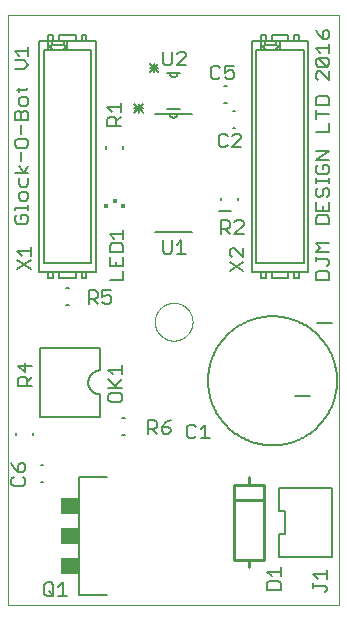
<source format=gto>
G75*
%MOIN*%
%OFA0B0*%
%FSLAX25Y25*%
%IPPOS*%
%LPD*%
%AMOC8*
5,1,8,0,0,1.08239X$1,22.5*
%
%ADD10C,0.00000*%
%ADD11C,0.00800*%
%ADD12C,0.00500*%
%ADD13R,0.01280X0.01673*%
%ADD14R,0.01378X0.01378*%
%ADD15R,0.05905X0.05748*%
%ADD16C,0.01000*%
%ADD17R,0.05906X0.05748*%
%ADD18C,0.00600*%
%ADD19C,0.00300*%
%ADD20C,0.00400*%
%ADD21R,0.01280X0.01673*%
%ADD22R,0.01378X0.01378*%
D10*
X0030852Y0001008D02*
X0030852Y0197858D01*
X0141088Y0197858D01*
X0141088Y0001008D01*
X0030852Y0001008D01*
X0079671Y0095496D02*
X0079673Y0095654D01*
X0079679Y0095812D01*
X0079689Y0095970D01*
X0079703Y0096128D01*
X0079721Y0096285D01*
X0079742Y0096442D01*
X0079768Y0096598D01*
X0079798Y0096754D01*
X0079831Y0096909D01*
X0079869Y0097062D01*
X0079910Y0097215D01*
X0079955Y0097367D01*
X0080004Y0097518D01*
X0080057Y0097667D01*
X0080113Y0097815D01*
X0080173Y0097961D01*
X0080237Y0098106D01*
X0080305Y0098249D01*
X0080376Y0098391D01*
X0080450Y0098531D01*
X0080528Y0098668D01*
X0080610Y0098804D01*
X0080694Y0098938D01*
X0080783Y0099069D01*
X0080874Y0099198D01*
X0080969Y0099325D01*
X0081066Y0099450D01*
X0081167Y0099572D01*
X0081271Y0099691D01*
X0081378Y0099808D01*
X0081488Y0099922D01*
X0081601Y0100033D01*
X0081716Y0100142D01*
X0081834Y0100247D01*
X0081955Y0100349D01*
X0082078Y0100449D01*
X0082204Y0100545D01*
X0082332Y0100638D01*
X0082462Y0100728D01*
X0082595Y0100814D01*
X0082730Y0100898D01*
X0082866Y0100977D01*
X0083005Y0101054D01*
X0083146Y0101126D01*
X0083288Y0101196D01*
X0083432Y0101261D01*
X0083578Y0101323D01*
X0083725Y0101381D01*
X0083874Y0101436D01*
X0084024Y0101487D01*
X0084175Y0101534D01*
X0084327Y0101577D01*
X0084480Y0101616D01*
X0084635Y0101652D01*
X0084790Y0101683D01*
X0084946Y0101711D01*
X0085102Y0101735D01*
X0085259Y0101755D01*
X0085417Y0101771D01*
X0085574Y0101783D01*
X0085733Y0101791D01*
X0085891Y0101795D01*
X0086049Y0101795D01*
X0086207Y0101791D01*
X0086366Y0101783D01*
X0086523Y0101771D01*
X0086681Y0101755D01*
X0086838Y0101735D01*
X0086994Y0101711D01*
X0087150Y0101683D01*
X0087305Y0101652D01*
X0087460Y0101616D01*
X0087613Y0101577D01*
X0087765Y0101534D01*
X0087916Y0101487D01*
X0088066Y0101436D01*
X0088215Y0101381D01*
X0088362Y0101323D01*
X0088508Y0101261D01*
X0088652Y0101196D01*
X0088794Y0101126D01*
X0088935Y0101054D01*
X0089074Y0100977D01*
X0089210Y0100898D01*
X0089345Y0100814D01*
X0089478Y0100728D01*
X0089608Y0100638D01*
X0089736Y0100545D01*
X0089862Y0100449D01*
X0089985Y0100349D01*
X0090106Y0100247D01*
X0090224Y0100142D01*
X0090339Y0100033D01*
X0090452Y0099922D01*
X0090562Y0099808D01*
X0090669Y0099691D01*
X0090773Y0099572D01*
X0090874Y0099450D01*
X0090971Y0099325D01*
X0091066Y0099198D01*
X0091157Y0099069D01*
X0091246Y0098938D01*
X0091330Y0098804D01*
X0091412Y0098668D01*
X0091490Y0098531D01*
X0091564Y0098391D01*
X0091635Y0098249D01*
X0091703Y0098106D01*
X0091767Y0097961D01*
X0091827Y0097815D01*
X0091883Y0097667D01*
X0091936Y0097518D01*
X0091985Y0097367D01*
X0092030Y0097215D01*
X0092071Y0097062D01*
X0092109Y0096909D01*
X0092142Y0096754D01*
X0092172Y0096598D01*
X0092198Y0096442D01*
X0092219Y0096285D01*
X0092237Y0096128D01*
X0092251Y0095970D01*
X0092261Y0095812D01*
X0092267Y0095654D01*
X0092269Y0095496D01*
X0092267Y0095338D01*
X0092261Y0095180D01*
X0092251Y0095022D01*
X0092237Y0094864D01*
X0092219Y0094707D01*
X0092198Y0094550D01*
X0092172Y0094394D01*
X0092142Y0094238D01*
X0092109Y0094083D01*
X0092071Y0093930D01*
X0092030Y0093777D01*
X0091985Y0093625D01*
X0091936Y0093474D01*
X0091883Y0093325D01*
X0091827Y0093177D01*
X0091767Y0093031D01*
X0091703Y0092886D01*
X0091635Y0092743D01*
X0091564Y0092601D01*
X0091490Y0092461D01*
X0091412Y0092324D01*
X0091330Y0092188D01*
X0091246Y0092054D01*
X0091157Y0091923D01*
X0091066Y0091794D01*
X0090971Y0091667D01*
X0090874Y0091542D01*
X0090773Y0091420D01*
X0090669Y0091301D01*
X0090562Y0091184D01*
X0090452Y0091070D01*
X0090339Y0090959D01*
X0090224Y0090850D01*
X0090106Y0090745D01*
X0089985Y0090643D01*
X0089862Y0090543D01*
X0089736Y0090447D01*
X0089608Y0090354D01*
X0089478Y0090264D01*
X0089345Y0090178D01*
X0089210Y0090094D01*
X0089074Y0090015D01*
X0088935Y0089938D01*
X0088794Y0089866D01*
X0088652Y0089796D01*
X0088508Y0089731D01*
X0088362Y0089669D01*
X0088215Y0089611D01*
X0088066Y0089556D01*
X0087916Y0089505D01*
X0087765Y0089458D01*
X0087613Y0089415D01*
X0087460Y0089376D01*
X0087305Y0089340D01*
X0087150Y0089309D01*
X0086994Y0089281D01*
X0086838Y0089257D01*
X0086681Y0089237D01*
X0086523Y0089221D01*
X0086366Y0089209D01*
X0086207Y0089201D01*
X0086049Y0089197D01*
X0085891Y0089197D01*
X0085733Y0089201D01*
X0085574Y0089209D01*
X0085417Y0089221D01*
X0085259Y0089237D01*
X0085102Y0089257D01*
X0084946Y0089281D01*
X0084790Y0089309D01*
X0084635Y0089340D01*
X0084480Y0089376D01*
X0084327Y0089415D01*
X0084175Y0089458D01*
X0084024Y0089505D01*
X0083874Y0089556D01*
X0083725Y0089611D01*
X0083578Y0089669D01*
X0083432Y0089731D01*
X0083288Y0089796D01*
X0083146Y0089866D01*
X0083005Y0089938D01*
X0082866Y0090015D01*
X0082730Y0090094D01*
X0082595Y0090178D01*
X0082462Y0090264D01*
X0082332Y0090354D01*
X0082204Y0090447D01*
X0082078Y0090543D01*
X0081955Y0090643D01*
X0081834Y0090745D01*
X0081716Y0090850D01*
X0081601Y0090959D01*
X0081488Y0091070D01*
X0081378Y0091184D01*
X0081271Y0091301D01*
X0081167Y0091420D01*
X0081066Y0091542D01*
X0080969Y0091667D01*
X0080874Y0091794D01*
X0080783Y0091923D01*
X0080694Y0092054D01*
X0080610Y0092188D01*
X0080528Y0092324D01*
X0080450Y0092461D01*
X0080376Y0092601D01*
X0080305Y0092743D01*
X0080237Y0092886D01*
X0080173Y0093031D01*
X0080113Y0093177D01*
X0080057Y0093325D01*
X0080004Y0093474D01*
X0079955Y0093625D01*
X0079910Y0093777D01*
X0079869Y0093930D01*
X0079831Y0094083D01*
X0079798Y0094238D01*
X0079768Y0094394D01*
X0079742Y0094550D01*
X0079721Y0094707D01*
X0079703Y0094864D01*
X0079689Y0095022D01*
X0079679Y0095180D01*
X0079673Y0095338D01*
X0079671Y0095496D01*
D11*
X0061521Y0086819D02*
X0061521Y0079319D01*
X0061395Y0079317D01*
X0061270Y0079311D01*
X0061145Y0079301D01*
X0061020Y0079287D01*
X0060895Y0079270D01*
X0060771Y0079248D01*
X0060648Y0079223D01*
X0060526Y0079193D01*
X0060405Y0079160D01*
X0060285Y0079123D01*
X0060166Y0079083D01*
X0060049Y0079038D01*
X0059932Y0078990D01*
X0059818Y0078938D01*
X0059705Y0078883D01*
X0059594Y0078824D01*
X0059485Y0078762D01*
X0059378Y0078696D01*
X0059273Y0078627D01*
X0059170Y0078555D01*
X0059069Y0078480D01*
X0058971Y0078401D01*
X0058876Y0078319D01*
X0058783Y0078235D01*
X0058693Y0078147D01*
X0058605Y0078057D01*
X0058521Y0077964D01*
X0058439Y0077869D01*
X0058360Y0077771D01*
X0058285Y0077670D01*
X0058213Y0077567D01*
X0058144Y0077462D01*
X0058078Y0077355D01*
X0058016Y0077246D01*
X0057957Y0077135D01*
X0057902Y0077022D01*
X0057850Y0076908D01*
X0057802Y0076791D01*
X0057757Y0076674D01*
X0057717Y0076555D01*
X0057680Y0076435D01*
X0057647Y0076314D01*
X0057617Y0076192D01*
X0057592Y0076069D01*
X0057570Y0075945D01*
X0057553Y0075820D01*
X0057539Y0075695D01*
X0057529Y0075570D01*
X0057523Y0075445D01*
X0057521Y0075319D01*
X0057523Y0075193D01*
X0057529Y0075068D01*
X0057539Y0074943D01*
X0057553Y0074818D01*
X0057570Y0074693D01*
X0057592Y0074569D01*
X0057617Y0074446D01*
X0057647Y0074324D01*
X0057680Y0074203D01*
X0057717Y0074083D01*
X0057757Y0073964D01*
X0057802Y0073847D01*
X0057850Y0073730D01*
X0057902Y0073616D01*
X0057957Y0073503D01*
X0058016Y0073392D01*
X0058078Y0073283D01*
X0058144Y0073176D01*
X0058213Y0073071D01*
X0058285Y0072968D01*
X0058360Y0072867D01*
X0058439Y0072769D01*
X0058521Y0072674D01*
X0058605Y0072581D01*
X0058693Y0072491D01*
X0058783Y0072403D01*
X0058876Y0072319D01*
X0058971Y0072237D01*
X0059069Y0072158D01*
X0059170Y0072083D01*
X0059273Y0072011D01*
X0059378Y0071942D01*
X0059485Y0071876D01*
X0059594Y0071814D01*
X0059705Y0071755D01*
X0059818Y0071700D01*
X0059932Y0071648D01*
X0060049Y0071600D01*
X0060166Y0071555D01*
X0060285Y0071515D01*
X0060405Y0071478D01*
X0060526Y0071445D01*
X0060648Y0071415D01*
X0060771Y0071390D01*
X0060895Y0071368D01*
X0061020Y0071351D01*
X0061145Y0071337D01*
X0061270Y0071327D01*
X0061395Y0071321D01*
X0061521Y0071319D01*
X0061521Y0063819D01*
X0041521Y0063819D01*
X0041521Y0086819D01*
X0061521Y0086819D01*
X0050937Y0101062D02*
X0050137Y0101062D01*
X0050137Y0106662D02*
X0050937Y0106662D01*
X0053293Y0110024D02*
X0047781Y0110024D01*
X0053293Y0110024D01*
X0053293Y0111598D01*
X0053293Y0110024D01*
X0055261Y0110024D02*
X0055261Y0111598D01*
X0055261Y0110024D01*
X0056836Y0110024D01*
X0056836Y0111598D01*
X0056836Y0110024D01*
X0055261Y0110024D01*
X0059986Y0111992D02*
X0059986Y0189236D01*
X0059986Y0111992D01*
X0041088Y0111992D01*
X0041088Y0189236D01*
X0041088Y0111992D01*
X0059986Y0111992D01*
X0058411Y0115142D02*
X0058411Y0186087D01*
X0042663Y0186087D01*
X0042663Y0115142D01*
X0042663Y0186087D01*
X0058411Y0186087D01*
X0058411Y0115142D01*
X0042663Y0115142D01*
X0058411Y0115142D01*
X0047781Y0111598D02*
X0047781Y0110024D01*
X0047781Y0111598D01*
X0045813Y0111598D02*
X0045813Y0110024D01*
X0044238Y0110024D01*
X0044238Y0111598D01*
X0044238Y0110024D01*
X0045813Y0110024D01*
X0045813Y0111598D01*
X0079770Y0125363D02*
X0092170Y0125363D01*
X0101871Y0135942D02*
X0101871Y0136742D01*
X0107471Y0136742D02*
X0107471Y0135942D01*
X0113529Y0115142D02*
X0113529Y0186087D01*
X0129277Y0186087D01*
X0129277Y0115142D01*
X0129277Y0186087D01*
X0113529Y0186087D01*
X0113529Y0115142D01*
X0129277Y0115142D01*
X0113529Y0115142D01*
X0111954Y0111992D02*
X0111954Y0189236D01*
X0111954Y0111992D01*
X0130852Y0111992D01*
X0130852Y0189236D01*
X0130852Y0111992D01*
X0111954Y0111992D01*
X0115104Y0111598D02*
X0115104Y0110024D01*
X0116679Y0110024D01*
X0116679Y0111598D01*
X0116679Y0110024D01*
X0115104Y0110024D01*
X0115104Y0111598D01*
X0118647Y0111598D02*
X0118647Y0110024D01*
X0124159Y0110024D01*
X0124159Y0111598D01*
X0124159Y0110024D01*
X0118647Y0110024D01*
X0118647Y0111598D01*
X0126127Y0111598D02*
X0126127Y0110024D01*
X0127702Y0110024D01*
X0127702Y0111598D01*
X0127702Y0110024D01*
X0126128Y0110024D01*
X0126128Y0111598D01*
X0133824Y0094925D02*
X0138824Y0094925D01*
X0097442Y0075811D02*
X0097448Y0076339D01*
X0097468Y0076866D01*
X0097500Y0077393D01*
X0097546Y0077918D01*
X0097604Y0078443D01*
X0097675Y0078966D01*
X0097759Y0079487D01*
X0097855Y0080005D01*
X0097964Y0080522D01*
X0098086Y0081035D01*
X0098221Y0081545D01*
X0098368Y0082052D01*
X0098527Y0082555D01*
X0098699Y0083054D01*
X0098883Y0083549D01*
X0099079Y0084039D01*
X0099286Y0084524D01*
X0099506Y0085003D01*
X0099738Y0085478D01*
X0099981Y0085946D01*
X0100235Y0086408D01*
X0100501Y0086864D01*
X0100778Y0087313D01*
X0101065Y0087756D01*
X0101364Y0088191D01*
X0101673Y0088619D01*
X0101993Y0089038D01*
X0102322Y0089450D01*
X0102662Y0089854D01*
X0103012Y0090250D01*
X0103371Y0090636D01*
X0103739Y0091014D01*
X0104117Y0091382D01*
X0104503Y0091741D01*
X0104899Y0092091D01*
X0105303Y0092431D01*
X0105715Y0092760D01*
X0106134Y0093080D01*
X0106562Y0093389D01*
X0106997Y0093688D01*
X0107440Y0093975D01*
X0107889Y0094252D01*
X0108345Y0094518D01*
X0108807Y0094772D01*
X0109275Y0095015D01*
X0109750Y0095247D01*
X0110229Y0095467D01*
X0110714Y0095674D01*
X0111204Y0095870D01*
X0111699Y0096054D01*
X0112198Y0096226D01*
X0112701Y0096385D01*
X0113208Y0096532D01*
X0113718Y0096667D01*
X0114231Y0096789D01*
X0114748Y0096898D01*
X0115266Y0096994D01*
X0115787Y0097078D01*
X0116310Y0097149D01*
X0116835Y0097207D01*
X0117360Y0097253D01*
X0117887Y0097285D01*
X0118414Y0097305D01*
X0118942Y0097311D01*
X0119470Y0097305D01*
X0119997Y0097285D01*
X0120524Y0097253D01*
X0121049Y0097207D01*
X0121574Y0097149D01*
X0122097Y0097078D01*
X0122618Y0096994D01*
X0123136Y0096898D01*
X0123653Y0096789D01*
X0124166Y0096667D01*
X0124676Y0096532D01*
X0125183Y0096385D01*
X0125686Y0096226D01*
X0126185Y0096054D01*
X0126680Y0095870D01*
X0127170Y0095674D01*
X0127655Y0095467D01*
X0128134Y0095247D01*
X0128609Y0095015D01*
X0129077Y0094772D01*
X0129539Y0094518D01*
X0129995Y0094252D01*
X0130444Y0093975D01*
X0130887Y0093688D01*
X0131322Y0093389D01*
X0131750Y0093080D01*
X0132169Y0092760D01*
X0132581Y0092431D01*
X0132985Y0092091D01*
X0133381Y0091741D01*
X0133767Y0091382D01*
X0134145Y0091014D01*
X0134513Y0090636D01*
X0134872Y0090250D01*
X0135222Y0089854D01*
X0135562Y0089450D01*
X0135891Y0089038D01*
X0136211Y0088619D01*
X0136520Y0088191D01*
X0136819Y0087756D01*
X0137106Y0087313D01*
X0137383Y0086864D01*
X0137649Y0086408D01*
X0137903Y0085946D01*
X0138146Y0085478D01*
X0138378Y0085003D01*
X0138598Y0084524D01*
X0138805Y0084039D01*
X0139001Y0083549D01*
X0139185Y0083054D01*
X0139357Y0082555D01*
X0139516Y0082052D01*
X0139663Y0081545D01*
X0139798Y0081035D01*
X0139920Y0080522D01*
X0140029Y0080005D01*
X0140125Y0079487D01*
X0140209Y0078966D01*
X0140280Y0078443D01*
X0140338Y0077918D01*
X0140384Y0077393D01*
X0140416Y0076866D01*
X0140436Y0076339D01*
X0140442Y0075811D01*
X0140436Y0075283D01*
X0140416Y0074756D01*
X0140384Y0074229D01*
X0140338Y0073704D01*
X0140280Y0073179D01*
X0140209Y0072656D01*
X0140125Y0072135D01*
X0140029Y0071617D01*
X0139920Y0071100D01*
X0139798Y0070587D01*
X0139663Y0070077D01*
X0139516Y0069570D01*
X0139357Y0069067D01*
X0139185Y0068568D01*
X0139001Y0068073D01*
X0138805Y0067583D01*
X0138598Y0067098D01*
X0138378Y0066619D01*
X0138146Y0066144D01*
X0137903Y0065676D01*
X0137649Y0065214D01*
X0137383Y0064758D01*
X0137106Y0064309D01*
X0136819Y0063866D01*
X0136520Y0063431D01*
X0136211Y0063003D01*
X0135891Y0062584D01*
X0135562Y0062172D01*
X0135222Y0061768D01*
X0134872Y0061372D01*
X0134513Y0060986D01*
X0134145Y0060608D01*
X0133767Y0060240D01*
X0133381Y0059881D01*
X0132985Y0059531D01*
X0132581Y0059191D01*
X0132169Y0058862D01*
X0131750Y0058542D01*
X0131322Y0058233D01*
X0130887Y0057934D01*
X0130444Y0057647D01*
X0129995Y0057370D01*
X0129539Y0057104D01*
X0129077Y0056850D01*
X0128609Y0056607D01*
X0128134Y0056375D01*
X0127655Y0056155D01*
X0127170Y0055948D01*
X0126680Y0055752D01*
X0126185Y0055568D01*
X0125686Y0055396D01*
X0125183Y0055237D01*
X0124676Y0055090D01*
X0124166Y0054955D01*
X0123653Y0054833D01*
X0123136Y0054724D01*
X0122618Y0054628D01*
X0122097Y0054544D01*
X0121574Y0054473D01*
X0121049Y0054415D01*
X0120524Y0054369D01*
X0119997Y0054337D01*
X0119470Y0054317D01*
X0118942Y0054311D01*
X0118414Y0054317D01*
X0117887Y0054337D01*
X0117360Y0054369D01*
X0116835Y0054415D01*
X0116310Y0054473D01*
X0115787Y0054544D01*
X0115266Y0054628D01*
X0114748Y0054724D01*
X0114231Y0054833D01*
X0113718Y0054955D01*
X0113208Y0055090D01*
X0112701Y0055237D01*
X0112198Y0055396D01*
X0111699Y0055568D01*
X0111204Y0055752D01*
X0110714Y0055948D01*
X0110229Y0056155D01*
X0109750Y0056375D01*
X0109275Y0056607D01*
X0108807Y0056850D01*
X0108345Y0057104D01*
X0107889Y0057370D01*
X0107440Y0057647D01*
X0106997Y0057934D01*
X0106562Y0058233D01*
X0106134Y0058542D01*
X0105715Y0058862D01*
X0105303Y0059191D01*
X0104899Y0059531D01*
X0104503Y0059881D01*
X0104117Y0060240D01*
X0103739Y0060608D01*
X0103371Y0060986D01*
X0103012Y0061372D01*
X0102662Y0061768D01*
X0102322Y0062172D01*
X0101993Y0062584D01*
X0101673Y0063003D01*
X0101364Y0063431D01*
X0101065Y0063866D01*
X0100778Y0064309D01*
X0100501Y0064758D01*
X0100235Y0065214D01*
X0099981Y0065676D01*
X0099738Y0066144D01*
X0099506Y0066619D01*
X0099286Y0067098D01*
X0099079Y0067583D01*
X0098883Y0068073D01*
X0098699Y0068568D01*
X0098527Y0069067D01*
X0098368Y0069570D01*
X0098221Y0070077D01*
X0098086Y0070587D01*
X0097964Y0071100D01*
X0097855Y0071617D01*
X0097759Y0072135D01*
X0097675Y0072656D01*
X0097604Y0073179D01*
X0097546Y0073704D01*
X0097500Y0074229D01*
X0097468Y0074756D01*
X0097448Y0075283D01*
X0097442Y0075811D01*
X0097443Y0075811D02*
X0097449Y0076339D01*
X0097469Y0076866D01*
X0097501Y0077393D01*
X0097547Y0077918D01*
X0097605Y0078443D01*
X0097676Y0078966D01*
X0097760Y0079487D01*
X0097856Y0080005D01*
X0097965Y0080522D01*
X0098087Y0081035D01*
X0098222Y0081545D01*
X0098369Y0082052D01*
X0098528Y0082555D01*
X0098700Y0083054D01*
X0098884Y0083549D01*
X0099080Y0084039D01*
X0099287Y0084524D01*
X0099507Y0085003D01*
X0099739Y0085478D01*
X0099982Y0085946D01*
X0100236Y0086408D01*
X0100502Y0086864D01*
X0100779Y0087313D01*
X0101066Y0087756D01*
X0101365Y0088191D01*
X0101674Y0088619D01*
X0101994Y0089038D01*
X0102323Y0089450D01*
X0102663Y0089854D01*
X0103013Y0090250D01*
X0103372Y0090636D01*
X0103740Y0091014D01*
X0104118Y0091382D01*
X0104504Y0091741D01*
X0104900Y0092091D01*
X0105304Y0092431D01*
X0105716Y0092760D01*
X0106135Y0093080D01*
X0106563Y0093389D01*
X0106998Y0093688D01*
X0107441Y0093975D01*
X0107890Y0094252D01*
X0108346Y0094518D01*
X0108808Y0094772D01*
X0109276Y0095015D01*
X0109751Y0095247D01*
X0110230Y0095467D01*
X0110715Y0095674D01*
X0111205Y0095870D01*
X0111700Y0096054D01*
X0112199Y0096226D01*
X0112702Y0096385D01*
X0113209Y0096532D01*
X0113719Y0096667D01*
X0114232Y0096789D01*
X0114749Y0096898D01*
X0115267Y0096994D01*
X0115788Y0097078D01*
X0116311Y0097149D01*
X0116836Y0097207D01*
X0117361Y0097253D01*
X0117888Y0097285D01*
X0118415Y0097305D01*
X0118943Y0097311D01*
X0119471Y0097305D01*
X0119998Y0097285D01*
X0120525Y0097253D01*
X0121050Y0097207D01*
X0121575Y0097149D01*
X0122098Y0097078D01*
X0122619Y0096994D01*
X0123137Y0096898D01*
X0123654Y0096789D01*
X0124167Y0096667D01*
X0124677Y0096532D01*
X0125184Y0096385D01*
X0125687Y0096226D01*
X0126186Y0096054D01*
X0126681Y0095870D01*
X0127171Y0095674D01*
X0127656Y0095467D01*
X0128135Y0095247D01*
X0128610Y0095015D01*
X0129078Y0094772D01*
X0129540Y0094518D01*
X0129996Y0094252D01*
X0130445Y0093975D01*
X0130888Y0093688D01*
X0131323Y0093389D01*
X0131751Y0093080D01*
X0132170Y0092760D01*
X0132582Y0092431D01*
X0132986Y0092091D01*
X0133382Y0091741D01*
X0133768Y0091382D01*
X0134146Y0091014D01*
X0134514Y0090636D01*
X0134873Y0090250D01*
X0135223Y0089854D01*
X0135563Y0089450D01*
X0135892Y0089038D01*
X0136212Y0088619D01*
X0136521Y0088191D01*
X0136820Y0087756D01*
X0137107Y0087313D01*
X0137384Y0086864D01*
X0137650Y0086408D01*
X0137904Y0085946D01*
X0138147Y0085478D01*
X0138379Y0085003D01*
X0138599Y0084524D01*
X0138806Y0084039D01*
X0139002Y0083549D01*
X0139186Y0083054D01*
X0139358Y0082555D01*
X0139517Y0082052D01*
X0139664Y0081545D01*
X0139799Y0081035D01*
X0139921Y0080522D01*
X0140030Y0080005D01*
X0140126Y0079487D01*
X0140210Y0078966D01*
X0140281Y0078443D01*
X0140339Y0077918D01*
X0140385Y0077393D01*
X0140417Y0076866D01*
X0140437Y0076339D01*
X0140443Y0075811D01*
X0140437Y0075283D01*
X0140417Y0074756D01*
X0140385Y0074229D01*
X0140339Y0073704D01*
X0140281Y0073179D01*
X0140210Y0072656D01*
X0140126Y0072135D01*
X0140030Y0071617D01*
X0139921Y0071100D01*
X0139799Y0070587D01*
X0139664Y0070077D01*
X0139517Y0069570D01*
X0139358Y0069067D01*
X0139186Y0068568D01*
X0139002Y0068073D01*
X0138806Y0067583D01*
X0138599Y0067098D01*
X0138379Y0066619D01*
X0138147Y0066144D01*
X0137904Y0065676D01*
X0137650Y0065214D01*
X0137384Y0064758D01*
X0137107Y0064309D01*
X0136820Y0063866D01*
X0136521Y0063431D01*
X0136212Y0063003D01*
X0135892Y0062584D01*
X0135563Y0062172D01*
X0135223Y0061768D01*
X0134873Y0061372D01*
X0134514Y0060986D01*
X0134146Y0060608D01*
X0133768Y0060240D01*
X0133382Y0059881D01*
X0132986Y0059531D01*
X0132582Y0059191D01*
X0132170Y0058862D01*
X0131751Y0058542D01*
X0131323Y0058233D01*
X0130888Y0057934D01*
X0130445Y0057647D01*
X0129996Y0057370D01*
X0129540Y0057104D01*
X0129078Y0056850D01*
X0128610Y0056607D01*
X0128135Y0056375D01*
X0127656Y0056155D01*
X0127171Y0055948D01*
X0126681Y0055752D01*
X0126186Y0055568D01*
X0125687Y0055396D01*
X0125184Y0055237D01*
X0124677Y0055090D01*
X0124167Y0054955D01*
X0123654Y0054833D01*
X0123137Y0054724D01*
X0122619Y0054628D01*
X0122098Y0054544D01*
X0121575Y0054473D01*
X0121050Y0054415D01*
X0120525Y0054369D01*
X0119998Y0054337D01*
X0119471Y0054317D01*
X0118943Y0054311D01*
X0118415Y0054317D01*
X0117888Y0054337D01*
X0117361Y0054369D01*
X0116836Y0054415D01*
X0116311Y0054473D01*
X0115788Y0054544D01*
X0115267Y0054628D01*
X0114749Y0054724D01*
X0114232Y0054833D01*
X0113719Y0054955D01*
X0113209Y0055090D01*
X0112702Y0055237D01*
X0112199Y0055396D01*
X0111700Y0055568D01*
X0111205Y0055752D01*
X0110715Y0055948D01*
X0110230Y0056155D01*
X0109751Y0056375D01*
X0109276Y0056607D01*
X0108808Y0056850D01*
X0108346Y0057104D01*
X0107890Y0057370D01*
X0107441Y0057647D01*
X0106998Y0057934D01*
X0106563Y0058233D01*
X0106135Y0058542D01*
X0105716Y0058862D01*
X0105304Y0059191D01*
X0104900Y0059531D01*
X0104504Y0059881D01*
X0104118Y0060240D01*
X0103740Y0060608D01*
X0103372Y0060986D01*
X0103013Y0061372D01*
X0102663Y0061768D01*
X0102323Y0062172D01*
X0101994Y0062584D01*
X0101674Y0063003D01*
X0101365Y0063431D01*
X0101066Y0063866D01*
X0100779Y0064309D01*
X0100502Y0064758D01*
X0100236Y0065214D01*
X0099982Y0065676D01*
X0099739Y0066144D01*
X0099507Y0066619D01*
X0099287Y0067098D01*
X0099080Y0067583D01*
X0098884Y0068073D01*
X0098700Y0068568D01*
X0098528Y0069067D01*
X0098369Y0069570D01*
X0098222Y0070077D01*
X0098087Y0070587D01*
X0097965Y0071100D01*
X0097856Y0071617D01*
X0097760Y0072135D01*
X0097676Y0072656D01*
X0097605Y0073179D01*
X0097547Y0073704D01*
X0097501Y0074229D01*
X0097469Y0074756D01*
X0097449Y0075283D01*
X0097443Y0075811D01*
X0126442Y0070811D02*
X0131442Y0070811D01*
X0111128Y0043626D02*
X0111128Y0041126D01*
X0106128Y0041126D01*
X0106128Y0036126D01*
X0116128Y0036126D01*
X0116128Y0041126D01*
X0111128Y0041126D01*
X0116128Y0036126D02*
X0116128Y0016126D01*
X0111128Y0016126D01*
X0111128Y0013626D01*
X0111128Y0016126D02*
X0106128Y0016126D01*
X0106128Y0036126D01*
X0120990Y0032484D02*
X0122958Y0032484D01*
X0122958Y0024610D01*
X0120990Y0024610D01*
X0120990Y0016933D01*
X0138706Y0016933D01*
X0120990Y0016933D01*
X0120990Y0024610D01*
X0122958Y0024610D01*
X0122958Y0032484D01*
X0120990Y0032484D01*
X0120990Y0040161D01*
X0120990Y0032484D01*
X0120990Y0040161D02*
X0138706Y0040161D01*
X0138706Y0016933D01*
X0138706Y0040161D01*
X0120990Y0040161D01*
X0069638Y0057755D02*
X0068838Y0057755D01*
X0068838Y0063355D02*
X0069638Y0063355D01*
X0063923Y0043862D02*
X0054474Y0043862D01*
X0054474Y0004492D01*
X0063923Y0004492D01*
X0054474Y0004492D01*
X0054474Y0043862D01*
X0063923Y0043862D01*
X0042571Y0042007D02*
X0041771Y0042007D01*
X0041771Y0047607D02*
X0042571Y0047607D01*
X0039065Y0057694D02*
X0039065Y0058494D01*
X0033465Y0058494D02*
X0033465Y0057694D01*
X0063485Y0153167D02*
X0063485Y0153967D01*
X0069085Y0153967D02*
X0069085Y0153167D01*
X0072870Y0165264D02*
X0075672Y0168066D01*
X0074271Y0168066D02*
X0074271Y0165264D01*
X0075672Y0165264D02*
X0072870Y0168066D01*
X0072870Y0166665D02*
X0075672Y0166665D01*
X0079770Y0164763D02*
X0084770Y0164763D01*
X0087170Y0164763D01*
X0092170Y0164763D01*
X0088070Y0166268D02*
X0083870Y0166268D01*
X0084770Y0164763D02*
X0084772Y0164694D01*
X0084778Y0164626D01*
X0084788Y0164558D01*
X0084801Y0164491D01*
X0084819Y0164425D01*
X0084840Y0164360D01*
X0084865Y0164296D01*
X0084893Y0164234D01*
X0084925Y0164173D01*
X0084960Y0164114D01*
X0084999Y0164058D01*
X0085041Y0164003D01*
X0085086Y0163952D01*
X0085134Y0163902D01*
X0085184Y0163856D01*
X0085237Y0163813D01*
X0085293Y0163772D01*
X0085350Y0163735D01*
X0085410Y0163702D01*
X0085472Y0163671D01*
X0085535Y0163645D01*
X0085599Y0163622D01*
X0085665Y0163602D01*
X0085732Y0163587D01*
X0085799Y0163575D01*
X0085867Y0163567D01*
X0085936Y0163563D01*
X0086004Y0163563D01*
X0086073Y0163567D01*
X0086141Y0163575D01*
X0086208Y0163587D01*
X0086275Y0163602D01*
X0086341Y0163622D01*
X0086405Y0163645D01*
X0086468Y0163671D01*
X0086530Y0163702D01*
X0086590Y0163735D01*
X0086647Y0163772D01*
X0086703Y0163813D01*
X0086756Y0163856D01*
X0086806Y0163902D01*
X0086854Y0163952D01*
X0086899Y0164003D01*
X0086941Y0164058D01*
X0086980Y0164114D01*
X0087015Y0164173D01*
X0087047Y0164234D01*
X0087075Y0164296D01*
X0087100Y0164360D01*
X0087121Y0164425D01*
X0087139Y0164491D01*
X0087152Y0164558D01*
X0087162Y0164626D01*
X0087168Y0164694D01*
X0087170Y0164763D01*
X0087170Y0178268D02*
X0084770Y0178268D01*
X0083870Y0178268D01*
X0084770Y0178268D02*
X0084772Y0178199D01*
X0084778Y0178131D01*
X0084788Y0178063D01*
X0084801Y0177996D01*
X0084819Y0177930D01*
X0084840Y0177865D01*
X0084865Y0177801D01*
X0084893Y0177739D01*
X0084925Y0177678D01*
X0084960Y0177619D01*
X0084999Y0177563D01*
X0085041Y0177508D01*
X0085086Y0177457D01*
X0085134Y0177407D01*
X0085184Y0177361D01*
X0085237Y0177318D01*
X0085293Y0177277D01*
X0085350Y0177240D01*
X0085410Y0177207D01*
X0085472Y0177176D01*
X0085535Y0177150D01*
X0085599Y0177127D01*
X0085665Y0177107D01*
X0085732Y0177092D01*
X0085799Y0177080D01*
X0085867Y0177072D01*
X0085936Y0177068D01*
X0086004Y0177068D01*
X0086073Y0177072D01*
X0086141Y0177080D01*
X0086208Y0177092D01*
X0086275Y0177107D01*
X0086341Y0177127D01*
X0086405Y0177150D01*
X0086468Y0177176D01*
X0086530Y0177207D01*
X0086590Y0177240D01*
X0086647Y0177277D01*
X0086703Y0177318D01*
X0086756Y0177361D01*
X0086806Y0177407D01*
X0086854Y0177457D01*
X0086899Y0177508D01*
X0086941Y0177563D01*
X0086980Y0177619D01*
X0087015Y0177678D01*
X0087047Y0177739D01*
X0087075Y0177801D01*
X0087100Y0177865D01*
X0087121Y0177930D01*
X0087139Y0177996D01*
X0087152Y0178063D01*
X0087162Y0178131D01*
X0087168Y0178199D01*
X0087170Y0178268D01*
X0088070Y0178268D01*
X0080772Y0178768D02*
X0077970Y0181571D01*
X0079371Y0181571D02*
X0079371Y0178768D01*
X0077970Y0178768D02*
X0080772Y0181571D01*
X0080772Y0180169D02*
X0077970Y0180169D01*
X0059986Y0189236D02*
X0041088Y0189236D01*
X0059986Y0189236D01*
X0056836Y0189630D02*
X0056836Y0191205D01*
X0055261Y0191205D01*
X0055261Y0189630D01*
X0055261Y0191205D01*
X0056836Y0191205D01*
X0056836Y0189630D01*
X0053293Y0189630D02*
X0053293Y0191205D01*
X0047781Y0191205D01*
X0047781Y0189630D01*
X0047781Y0191205D01*
X0053293Y0191205D01*
X0053293Y0189630D01*
X0050537Y0188842D02*
X0050537Y0187661D01*
X0049356Y0186480D01*
X0049750Y0187268D02*
X0049356Y0187661D01*
X0049356Y0188842D01*
X0049356Y0187661D02*
X0045419Y0187661D01*
X0045419Y0188842D01*
X0045813Y0189630D02*
X0045813Y0191205D01*
X0044238Y0191205D01*
X0044238Y0189630D01*
X0044238Y0191205D01*
X0045813Y0191205D01*
X0045813Y0189630D01*
X0044238Y0188842D02*
X0044238Y0187661D01*
X0045419Y0186480D01*
X0045025Y0187268D02*
X0045419Y0187661D01*
X0044238Y0187661D02*
X0044238Y0186480D01*
X0050537Y0186480D02*
X0050537Y0187661D01*
X0102794Y0174083D02*
X0103594Y0174083D01*
X0103594Y0168483D02*
X0102794Y0168483D01*
X0105747Y0165717D02*
X0106547Y0165717D01*
X0106547Y0160117D02*
X0105747Y0160117D01*
X0115104Y0186480D02*
X0115104Y0187661D01*
X0116285Y0186480D01*
X0115891Y0187268D02*
X0116285Y0187661D01*
X0120222Y0187661D01*
X0120616Y0187268D01*
X0120222Y0187661D02*
X0120222Y0188842D01*
X0121403Y0188842D02*
X0121403Y0187661D01*
X0120222Y0186480D01*
X0121403Y0186480D02*
X0121403Y0187661D01*
X0124159Y0189630D02*
X0124159Y0191205D01*
X0118647Y0191205D01*
X0118647Y0189630D01*
X0118647Y0191205D01*
X0124159Y0191205D01*
X0124159Y0189630D01*
X0126127Y0189630D02*
X0126127Y0191205D01*
X0126128Y0191205D02*
X0126128Y0189630D01*
X0127702Y0189630D02*
X0127702Y0191205D01*
X0126128Y0191205D01*
X0126127Y0191205D02*
X0127702Y0191205D01*
X0127702Y0189630D01*
X0130852Y0189236D02*
X0111954Y0189236D01*
X0130852Y0189236D01*
X0116679Y0189630D02*
X0116679Y0191205D01*
X0115104Y0191205D01*
X0115104Y0189630D01*
X0115104Y0191205D01*
X0116679Y0191205D01*
X0116679Y0189630D01*
X0116285Y0188842D02*
X0116285Y0187661D01*
X0115104Y0187661D02*
X0115104Y0188842D01*
D12*
X0106093Y0180801D02*
X0103090Y0180801D01*
X0103090Y0178549D01*
X0104591Y0179300D01*
X0105342Y0179300D01*
X0106093Y0178549D01*
X0106093Y0177048D01*
X0105342Y0176297D01*
X0103841Y0176297D01*
X0103090Y0177048D01*
X0101489Y0177048D02*
X0100738Y0176297D01*
X0099237Y0176297D01*
X0098486Y0177048D01*
X0098486Y0180050D01*
X0099237Y0180801D01*
X0100738Y0180801D01*
X0101489Y0180050D01*
X0090069Y0181041D02*
X0087066Y0181041D01*
X0090069Y0184044D01*
X0090069Y0184795D01*
X0089318Y0185545D01*
X0087817Y0185545D01*
X0087066Y0184795D01*
X0085465Y0185545D02*
X0085465Y0181792D01*
X0084714Y0181041D01*
X0083213Y0181041D01*
X0082463Y0181792D01*
X0082463Y0185545D01*
X0068417Y0168493D02*
X0068417Y0165490D01*
X0068417Y0166991D02*
X0063913Y0166991D01*
X0065414Y0165490D01*
X0064664Y0163889D02*
X0066165Y0163889D01*
X0066916Y0163138D01*
X0066916Y0160886D01*
X0068417Y0160886D02*
X0063913Y0160886D01*
X0063913Y0163138D01*
X0064664Y0163889D01*
X0066916Y0162388D02*
X0068417Y0163889D01*
X0037492Y0165008D02*
X0037492Y0162756D01*
X0032988Y0162756D01*
X0032988Y0165008D01*
X0033738Y0165758D01*
X0034489Y0165758D01*
X0035240Y0165008D01*
X0035240Y0162756D01*
X0035240Y0161154D02*
X0035240Y0158152D01*
X0036741Y0156551D02*
X0033738Y0156551D01*
X0032988Y0155800D01*
X0032988Y0154299D01*
X0033738Y0153548D01*
X0036741Y0153548D01*
X0037492Y0154299D01*
X0037492Y0155800D01*
X0036741Y0156551D01*
X0035240Y0151947D02*
X0035240Y0148944D01*
X0034489Y0147359D02*
X0035990Y0145107D01*
X0037492Y0147359D01*
X0037492Y0145107D02*
X0032988Y0145107D01*
X0034489Y0143506D02*
X0034489Y0141254D01*
X0035240Y0140504D01*
X0036741Y0140504D01*
X0037492Y0141254D01*
X0037492Y0143506D01*
X0036741Y0138902D02*
X0035240Y0138902D01*
X0034489Y0138152D01*
X0034489Y0136650D01*
X0035240Y0135900D01*
X0036741Y0135900D01*
X0037492Y0136650D01*
X0037492Y0138152D01*
X0036741Y0138902D01*
X0037492Y0134332D02*
X0037492Y0132830D01*
X0037492Y0133581D02*
X0032988Y0133581D01*
X0032988Y0132830D01*
X0033738Y0131229D02*
X0032988Y0130478D01*
X0032988Y0128977D01*
X0033738Y0128226D01*
X0036741Y0128226D01*
X0037492Y0128977D01*
X0037492Y0130478D01*
X0036741Y0131229D01*
X0035240Y0131229D01*
X0035240Y0129728D01*
X0038318Y0120557D02*
X0038318Y0117555D01*
X0038318Y0119056D02*
X0033815Y0119056D01*
X0035316Y0117555D01*
X0033815Y0115953D02*
X0038318Y0112951D01*
X0038318Y0115953D02*
X0033815Y0112951D01*
X0057640Y0105998D02*
X0057640Y0101494D01*
X0057640Y0102995D02*
X0059892Y0102995D01*
X0060642Y0103746D01*
X0060642Y0105247D01*
X0059892Y0105998D01*
X0057640Y0105998D01*
X0059141Y0102995D02*
X0060642Y0101494D01*
X0062244Y0102245D02*
X0062994Y0101494D01*
X0064496Y0101494D01*
X0065246Y0102245D01*
X0065246Y0103746D01*
X0064496Y0104497D01*
X0063745Y0104497D01*
X0062244Y0103746D01*
X0062244Y0105998D01*
X0065246Y0105998D01*
X0064641Y0109397D02*
X0069145Y0109397D01*
X0069145Y0112400D01*
X0069145Y0114001D02*
X0069145Y0117004D01*
X0069145Y0118605D02*
X0069145Y0120857D01*
X0068395Y0121608D01*
X0065392Y0121608D01*
X0064641Y0120857D01*
X0064641Y0118605D01*
X0069145Y0118605D01*
X0066893Y0115502D02*
X0066893Y0114001D01*
X0064641Y0114001D02*
X0069145Y0114001D01*
X0064641Y0114001D02*
X0064641Y0117004D01*
X0066143Y0123209D02*
X0064641Y0124710D01*
X0069145Y0124710D01*
X0069145Y0123209D02*
X0069145Y0126212D01*
X0082463Y0122691D02*
X0082463Y0118938D01*
X0083213Y0118187D01*
X0084714Y0118187D01*
X0085465Y0118938D01*
X0085465Y0122691D01*
X0087066Y0121190D02*
X0088568Y0122691D01*
X0088568Y0118187D01*
X0090069Y0118187D02*
X0087066Y0118187D01*
X0101655Y0124860D02*
X0101655Y0129364D01*
X0103907Y0129364D01*
X0104658Y0128613D01*
X0104658Y0127112D01*
X0103907Y0126362D01*
X0101655Y0126362D01*
X0103157Y0126362D02*
X0104658Y0124860D01*
X0106259Y0124860D02*
X0109262Y0127863D01*
X0109262Y0128613D01*
X0108511Y0129364D01*
X0107010Y0129364D01*
X0106259Y0128613D01*
X0106259Y0124860D02*
X0109262Y0124860D01*
X0109185Y0120065D02*
X0109185Y0117063D01*
X0106182Y0120065D01*
X0105431Y0120065D01*
X0104681Y0119315D01*
X0104681Y0117813D01*
X0105431Y0117063D01*
X0104681Y0115461D02*
X0109185Y0112459D01*
X0109185Y0115461D02*
X0104681Y0112459D01*
X0133382Y0111778D02*
X0133382Y0109526D01*
X0137885Y0109526D01*
X0137885Y0111778D01*
X0137135Y0112528D01*
X0134132Y0112528D01*
X0133382Y0111778D01*
X0133382Y0115631D02*
X0133382Y0117132D01*
X0133382Y0116381D02*
X0137135Y0116381D01*
X0137885Y0115631D01*
X0137885Y0114880D01*
X0137135Y0114130D01*
X0137885Y0118733D02*
X0133382Y0118733D01*
X0134883Y0120235D01*
X0133382Y0121736D01*
X0137885Y0121736D01*
X0137885Y0127941D02*
X0133382Y0127941D01*
X0133382Y0130193D01*
X0134132Y0130944D01*
X0137135Y0130944D01*
X0137885Y0130193D01*
X0137885Y0127941D01*
X0137885Y0132545D02*
X0133382Y0132545D01*
X0133382Y0135548D01*
X0134132Y0137149D02*
X0134883Y0137149D01*
X0135633Y0137900D01*
X0135633Y0139401D01*
X0136384Y0140152D01*
X0137135Y0140152D01*
X0137885Y0139401D01*
X0137885Y0137900D01*
X0137135Y0137149D01*
X0137885Y0135548D02*
X0137885Y0132545D01*
X0135633Y0132545D02*
X0135633Y0134046D01*
X0134132Y0137149D02*
X0133382Y0137900D01*
X0133382Y0139401D01*
X0134132Y0140152D01*
X0133382Y0141753D02*
X0133382Y0143254D01*
X0133382Y0142504D02*
X0137885Y0142504D01*
X0137885Y0143254D02*
X0137885Y0141753D01*
X0137135Y0144822D02*
X0137885Y0145573D01*
X0137885Y0147074D01*
X0137135Y0147825D01*
X0135633Y0147825D01*
X0135633Y0146324D01*
X0134132Y0147825D02*
X0133382Y0147074D01*
X0133382Y0145573D01*
X0134132Y0144822D01*
X0137135Y0144822D01*
X0137885Y0149426D02*
X0133382Y0149426D01*
X0137885Y0152429D01*
X0133382Y0152429D01*
X0133382Y0158634D02*
X0137885Y0158634D01*
X0137885Y0161637D01*
X0137885Y0164739D02*
X0133382Y0164739D01*
X0133382Y0163238D02*
X0133382Y0166241D01*
X0133382Y0167842D02*
X0133382Y0170094D01*
X0134132Y0170845D01*
X0137135Y0170845D01*
X0137885Y0170094D01*
X0137885Y0167842D01*
X0133382Y0167842D01*
X0134132Y0175963D02*
X0133382Y0176713D01*
X0133382Y0178215D01*
X0134132Y0178965D01*
X0134883Y0178965D01*
X0137885Y0175963D01*
X0137885Y0178965D01*
X0137135Y0180567D02*
X0134132Y0183569D01*
X0137135Y0183569D01*
X0137885Y0182818D01*
X0137885Y0181317D01*
X0137135Y0180567D01*
X0134132Y0180567D01*
X0133382Y0181317D01*
X0133382Y0182818D01*
X0134132Y0183569D01*
X0134883Y0185170D02*
X0133382Y0186672D01*
X0137885Y0186672D01*
X0137885Y0188173D02*
X0137885Y0185170D01*
X0137135Y0189774D02*
X0135633Y0189774D01*
X0135633Y0192026D01*
X0136384Y0192777D01*
X0137135Y0192777D01*
X0137885Y0192026D01*
X0137885Y0190525D01*
X0137135Y0189774D01*
X0135633Y0189774D02*
X0134132Y0191276D01*
X0133382Y0192777D01*
X0107803Y0158163D02*
X0106301Y0158163D01*
X0105551Y0157413D01*
X0103949Y0157413D02*
X0103199Y0158163D01*
X0101697Y0158163D01*
X0100947Y0157413D01*
X0100947Y0154410D01*
X0101697Y0153659D01*
X0103199Y0153659D01*
X0103949Y0154410D01*
X0105551Y0153659D02*
X0108553Y0156662D01*
X0108553Y0157413D01*
X0107803Y0158163D01*
X0108553Y0153659D02*
X0105551Y0153659D01*
X0037492Y0165008D02*
X0036741Y0165758D01*
X0035990Y0165758D01*
X0035240Y0165008D01*
X0035240Y0167360D02*
X0036741Y0167360D01*
X0037492Y0168110D01*
X0037492Y0169612D01*
X0036741Y0170362D01*
X0035240Y0170362D01*
X0034489Y0169612D01*
X0034489Y0168110D01*
X0035240Y0167360D01*
X0034489Y0171964D02*
X0034489Y0173465D01*
X0033738Y0172714D02*
X0036741Y0172714D01*
X0037492Y0173465D01*
X0035990Y0179637D02*
X0032988Y0179637D01*
X0032988Y0182639D02*
X0035990Y0182639D01*
X0037492Y0181138D01*
X0035990Y0179637D01*
X0034489Y0184241D02*
X0032988Y0185742D01*
X0037492Y0185742D01*
X0037492Y0184241D02*
X0037492Y0187243D01*
X0036381Y0081662D02*
X0036381Y0078659D01*
X0034130Y0080911D01*
X0038633Y0080911D01*
X0038633Y0077058D02*
X0037132Y0075557D01*
X0037132Y0076307D02*
X0037132Y0074055D01*
X0038633Y0074055D02*
X0034130Y0074055D01*
X0034130Y0076307D01*
X0034880Y0077058D01*
X0036381Y0077058D01*
X0037132Y0076307D01*
X0064252Y0076419D02*
X0067254Y0073416D01*
X0066504Y0074167D02*
X0068755Y0076419D01*
X0068755Y0078020D02*
X0068755Y0081023D01*
X0068755Y0079521D02*
X0064252Y0079521D01*
X0065753Y0078020D01*
X0064252Y0073416D02*
X0068755Y0073416D01*
X0068005Y0071815D02*
X0068755Y0071064D01*
X0068755Y0069563D01*
X0068005Y0068812D01*
X0065002Y0068812D01*
X0064252Y0069563D01*
X0064252Y0071064D01*
X0065002Y0071815D01*
X0068005Y0071815D01*
X0077325Y0062691D02*
X0079577Y0062691D01*
X0080327Y0061940D01*
X0080327Y0060439D01*
X0079577Y0059688D01*
X0077325Y0059688D01*
X0078826Y0059688D02*
X0080327Y0058187D01*
X0081929Y0058938D02*
X0081929Y0060439D01*
X0084181Y0060439D01*
X0084931Y0059688D01*
X0084931Y0058938D01*
X0084181Y0058187D01*
X0082679Y0058187D01*
X0081929Y0058938D01*
X0081929Y0060439D02*
X0083430Y0061940D01*
X0084931Y0062691D01*
X0090347Y0060361D02*
X0090347Y0057359D01*
X0091097Y0056608D01*
X0092599Y0056608D01*
X0093349Y0057359D01*
X0094951Y0056608D02*
X0097953Y0056608D01*
X0096452Y0056608D02*
X0096452Y0061112D01*
X0094951Y0059611D01*
X0093349Y0060361D02*
X0092599Y0061112D01*
X0091097Y0061112D01*
X0090347Y0060361D01*
X0077325Y0058187D02*
X0077325Y0062691D01*
X0036429Y0047663D02*
X0036429Y0046162D01*
X0035678Y0045411D01*
X0034177Y0045411D01*
X0034177Y0047663D01*
X0034927Y0048414D01*
X0035678Y0048414D01*
X0036429Y0047663D01*
X0034177Y0045411D02*
X0032675Y0046913D01*
X0031925Y0048414D01*
X0032675Y0043810D02*
X0031925Y0043059D01*
X0031925Y0041558D01*
X0032675Y0040807D01*
X0035678Y0040807D01*
X0036429Y0041558D01*
X0036429Y0043059D01*
X0035678Y0043810D01*
X0043605Y0008648D02*
X0045107Y0008648D01*
X0045857Y0007897D01*
X0045857Y0004894D01*
X0045107Y0004144D01*
X0043605Y0004144D01*
X0042855Y0004894D01*
X0042855Y0007897D01*
X0043605Y0008648D01*
X0044356Y0005645D02*
X0045857Y0004144D01*
X0047459Y0004144D02*
X0050461Y0004144D01*
X0048960Y0004144D02*
X0048960Y0008648D01*
X0047459Y0007146D01*
X0117098Y0006057D02*
X0117098Y0008309D01*
X0117849Y0009060D01*
X0120851Y0009060D01*
X0121602Y0008309D01*
X0121602Y0006057D01*
X0117098Y0006057D01*
X0118599Y0010661D02*
X0117098Y0012162D01*
X0121602Y0012162D01*
X0121602Y0010661D02*
X0121602Y0013664D01*
X0132555Y0011360D02*
X0134056Y0009859D01*
X0132555Y0011360D02*
X0137059Y0011360D01*
X0137059Y0009859D02*
X0137059Y0012861D01*
X0132555Y0008257D02*
X0132555Y0006756D01*
X0132555Y0007507D02*
X0136308Y0007507D01*
X0137059Y0006756D01*
X0137059Y0006005D01*
X0136308Y0005255D01*
D13*
X0068992Y0134128D03*
X0063578Y0134128D03*
D14*
X0066285Y0135654D03*
D15*
X0051521Y0034177D03*
X0051521Y0024177D03*
X0051521Y0014177D03*
D16*
X0106127Y0016126D02*
X0111127Y0016126D01*
X0111127Y0013626D01*
X0111127Y0016126D02*
X0116127Y0016126D01*
X0116127Y0036126D01*
X0106127Y0036126D01*
X0106127Y0016126D01*
X0106127Y0036126D02*
X0106127Y0041126D01*
X0111127Y0041126D01*
X0111127Y0043626D01*
X0111127Y0041126D02*
X0116127Y0041126D01*
X0116127Y0036126D01*
D17*
X0051521Y0034177D03*
X0051521Y0024177D03*
X0051521Y0014177D03*
D18*
X0039065Y0057694D02*
X0039065Y0058494D01*
X0033465Y0058494D02*
X0033465Y0057694D01*
X0041521Y0063819D02*
X0041521Y0086819D01*
X0061521Y0086819D01*
X0061521Y0079319D01*
X0061395Y0079317D01*
X0061270Y0079311D01*
X0061145Y0079301D01*
X0061020Y0079287D01*
X0060895Y0079270D01*
X0060771Y0079248D01*
X0060648Y0079223D01*
X0060526Y0079193D01*
X0060405Y0079160D01*
X0060285Y0079123D01*
X0060166Y0079083D01*
X0060049Y0079038D01*
X0059932Y0078990D01*
X0059818Y0078938D01*
X0059705Y0078883D01*
X0059594Y0078824D01*
X0059485Y0078762D01*
X0059378Y0078696D01*
X0059273Y0078627D01*
X0059170Y0078555D01*
X0059069Y0078480D01*
X0058971Y0078401D01*
X0058876Y0078319D01*
X0058783Y0078235D01*
X0058693Y0078147D01*
X0058605Y0078057D01*
X0058521Y0077964D01*
X0058439Y0077869D01*
X0058360Y0077771D01*
X0058285Y0077670D01*
X0058213Y0077567D01*
X0058144Y0077462D01*
X0058078Y0077355D01*
X0058016Y0077246D01*
X0057957Y0077135D01*
X0057902Y0077022D01*
X0057850Y0076908D01*
X0057802Y0076791D01*
X0057757Y0076674D01*
X0057717Y0076555D01*
X0057680Y0076435D01*
X0057647Y0076314D01*
X0057617Y0076192D01*
X0057592Y0076069D01*
X0057570Y0075945D01*
X0057553Y0075820D01*
X0057539Y0075695D01*
X0057529Y0075570D01*
X0057523Y0075445D01*
X0057521Y0075319D01*
X0057523Y0075193D01*
X0057529Y0075068D01*
X0057539Y0074943D01*
X0057553Y0074818D01*
X0057570Y0074693D01*
X0057592Y0074569D01*
X0057617Y0074446D01*
X0057647Y0074324D01*
X0057680Y0074203D01*
X0057717Y0074083D01*
X0057757Y0073964D01*
X0057802Y0073847D01*
X0057850Y0073730D01*
X0057902Y0073616D01*
X0057957Y0073503D01*
X0058016Y0073392D01*
X0058078Y0073283D01*
X0058144Y0073176D01*
X0058213Y0073071D01*
X0058285Y0072968D01*
X0058360Y0072867D01*
X0058439Y0072769D01*
X0058521Y0072674D01*
X0058605Y0072581D01*
X0058693Y0072491D01*
X0058783Y0072403D01*
X0058876Y0072319D01*
X0058971Y0072237D01*
X0059069Y0072158D01*
X0059170Y0072083D01*
X0059273Y0072011D01*
X0059378Y0071942D01*
X0059485Y0071876D01*
X0059594Y0071814D01*
X0059705Y0071755D01*
X0059818Y0071700D01*
X0059932Y0071648D01*
X0060049Y0071600D01*
X0060166Y0071555D01*
X0060285Y0071515D01*
X0060405Y0071478D01*
X0060526Y0071445D01*
X0060648Y0071415D01*
X0060771Y0071390D01*
X0060895Y0071368D01*
X0061020Y0071351D01*
X0061145Y0071337D01*
X0061270Y0071327D01*
X0061395Y0071321D01*
X0061521Y0071319D01*
X0061521Y0063819D01*
X0041521Y0063819D01*
X0068838Y0063355D02*
X0069638Y0063355D01*
X0069638Y0057755D02*
X0068838Y0057755D01*
X0050937Y0101062D02*
X0050137Y0101062D01*
X0050137Y0106662D02*
X0050937Y0106662D01*
X0079770Y0125363D02*
X0092170Y0125363D01*
X0100970Y0132563D02*
X0104970Y0132563D01*
X0107471Y0135943D02*
X0107471Y0136743D01*
X0101871Y0136743D02*
X0101871Y0135943D01*
X0092170Y0164763D02*
X0087170Y0164763D01*
X0084770Y0164763D01*
X0079770Y0164763D01*
X0083870Y0166268D02*
X0088070Y0166268D01*
X0087170Y0164763D02*
X0087168Y0164694D01*
X0087162Y0164626D01*
X0087152Y0164558D01*
X0087139Y0164491D01*
X0087121Y0164425D01*
X0087100Y0164360D01*
X0087075Y0164296D01*
X0087047Y0164234D01*
X0087015Y0164173D01*
X0086980Y0164114D01*
X0086941Y0164058D01*
X0086899Y0164003D01*
X0086854Y0163952D01*
X0086806Y0163902D01*
X0086756Y0163856D01*
X0086703Y0163813D01*
X0086647Y0163772D01*
X0086590Y0163735D01*
X0086530Y0163702D01*
X0086468Y0163671D01*
X0086405Y0163645D01*
X0086341Y0163622D01*
X0086275Y0163602D01*
X0086208Y0163587D01*
X0086141Y0163575D01*
X0086073Y0163567D01*
X0086004Y0163563D01*
X0085936Y0163563D01*
X0085867Y0163567D01*
X0085799Y0163575D01*
X0085732Y0163587D01*
X0085665Y0163602D01*
X0085599Y0163622D01*
X0085535Y0163645D01*
X0085472Y0163671D01*
X0085410Y0163702D01*
X0085350Y0163735D01*
X0085293Y0163772D01*
X0085237Y0163813D01*
X0085184Y0163856D01*
X0085134Y0163902D01*
X0085086Y0163952D01*
X0085041Y0164003D01*
X0084999Y0164058D01*
X0084960Y0164114D01*
X0084925Y0164173D01*
X0084893Y0164234D01*
X0084865Y0164296D01*
X0084840Y0164360D01*
X0084819Y0164425D01*
X0084801Y0164491D01*
X0084788Y0164558D01*
X0084778Y0164626D01*
X0084772Y0164694D01*
X0084770Y0164763D01*
X0084770Y0178268D02*
X0083870Y0178268D01*
X0084770Y0178268D02*
X0087170Y0178268D01*
X0088070Y0178268D01*
X0087170Y0178268D02*
X0087168Y0178199D01*
X0087162Y0178131D01*
X0087152Y0178063D01*
X0087139Y0177996D01*
X0087121Y0177930D01*
X0087100Y0177865D01*
X0087075Y0177801D01*
X0087047Y0177739D01*
X0087015Y0177678D01*
X0086980Y0177619D01*
X0086941Y0177563D01*
X0086899Y0177508D01*
X0086854Y0177457D01*
X0086806Y0177407D01*
X0086756Y0177361D01*
X0086703Y0177318D01*
X0086647Y0177277D01*
X0086590Y0177240D01*
X0086530Y0177207D01*
X0086468Y0177176D01*
X0086405Y0177150D01*
X0086341Y0177127D01*
X0086275Y0177107D01*
X0086208Y0177092D01*
X0086141Y0177080D01*
X0086073Y0177072D01*
X0086004Y0177068D01*
X0085936Y0177068D01*
X0085867Y0177072D01*
X0085799Y0177080D01*
X0085732Y0177092D01*
X0085665Y0177107D01*
X0085599Y0177127D01*
X0085535Y0177150D01*
X0085472Y0177176D01*
X0085410Y0177207D01*
X0085350Y0177240D01*
X0085293Y0177277D01*
X0085237Y0177318D01*
X0085184Y0177361D01*
X0085134Y0177407D01*
X0085086Y0177457D01*
X0085041Y0177508D01*
X0084999Y0177563D01*
X0084960Y0177619D01*
X0084925Y0177678D01*
X0084893Y0177739D01*
X0084865Y0177801D01*
X0084840Y0177865D01*
X0084819Y0177930D01*
X0084801Y0177996D01*
X0084788Y0178063D01*
X0084778Y0178131D01*
X0084772Y0178199D01*
X0084770Y0178268D01*
X0069085Y0153967D02*
X0069085Y0153167D01*
X0063485Y0153167D02*
X0063485Y0153967D01*
D19*
X0072620Y0165097D02*
X0075756Y0168233D01*
X0074188Y0168233D02*
X0074188Y0165097D01*
X0075756Y0165097D02*
X0072620Y0168233D01*
X0072620Y0166665D02*
X0075756Y0166665D01*
X0077720Y0178602D02*
X0080856Y0181738D01*
X0079288Y0181738D02*
X0079288Y0178602D01*
X0080856Y0178602D02*
X0077720Y0181738D01*
X0077720Y0180170D02*
X0080856Y0180170D01*
D20*
X0050537Y0186480D02*
X0050537Y0187661D01*
X0049356Y0186480D01*
X0049750Y0187268D02*
X0049356Y0187661D01*
X0049356Y0188843D01*
X0050537Y0188843D02*
X0050537Y0187661D01*
X0049356Y0187661D02*
X0045419Y0187661D01*
X0045419Y0188843D01*
X0044238Y0188843D02*
X0044238Y0187661D01*
X0045419Y0186480D01*
X0045025Y0187268D02*
X0045419Y0187661D01*
X0044238Y0187661D02*
X0044238Y0186480D01*
X0115104Y0186480D02*
X0115104Y0187661D01*
X0116285Y0186480D01*
X0115891Y0187268D02*
X0116285Y0187661D01*
X0120222Y0187661D01*
X0120616Y0187268D01*
X0120222Y0187661D02*
X0120222Y0188843D01*
X0121403Y0188843D02*
X0121403Y0187661D01*
X0120222Y0186480D01*
X0121403Y0186480D02*
X0121403Y0187661D01*
X0116285Y0187661D02*
X0116285Y0188843D01*
X0115104Y0188843D02*
X0115104Y0187661D01*
D21*
X0068992Y0134128D03*
X0063578Y0134128D03*
D22*
X0066285Y0135654D03*
M02*

</source>
